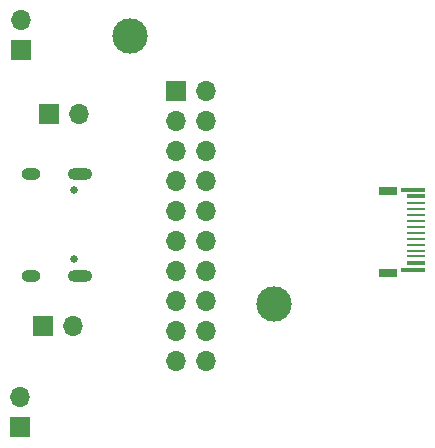
<source format=gbs>
G04 #@! TF.GenerationSoftware,KiCad,Pcbnew,7.0.2-0*
G04 #@! TF.CreationDate,2023-04-27T21:18:03-05:00*
G04 #@! TF.ProjectId,usb_programmer,7573625f-7072-46f6-9772-616d6d65722e,rev?*
G04 #@! TF.SameCoordinates,Original*
G04 #@! TF.FileFunction,Soldermask,Bot*
G04 #@! TF.FilePolarity,Negative*
%FSLAX46Y46*%
G04 Gerber Fmt 4.6, Leading zero omitted, Abs format (unit mm)*
G04 Created by KiCad (PCBNEW 7.0.2-0) date 2023-04-27 21:18:03*
%MOMM*%
%LPD*%
G01*
G04 APERTURE LIST*
%ADD10C,3.000000*%
%ADD11R,2.050000X0.360000*%
%ADD12R,1.500000X0.800000*%
%ADD13R,1.500000X0.700000*%
%ADD14R,1.550000X0.410000*%
%ADD15R,1.550000X0.260000*%
%ADD16R,1.700000X1.700000*%
%ADD17O,1.700000X1.700000*%
%ADD18O,1.600000X1.000000*%
%ADD19O,2.100000X1.000000*%
%ADD20C,0.650000*%
G04 APERTURE END LIST*
D10*
X48040000Y-83700000D03*
X35890000Y-61020000D03*
D11*
X59795000Y-80800000D03*
D12*
X57725000Y-81020000D03*
D13*
X57725000Y-74125000D03*
D11*
X59795000Y-73990000D03*
D14*
X60045000Y-74570000D03*
D15*
X60045000Y-75145000D03*
X60045000Y-75645000D03*
X60045000Y-76145000D03*
X60045000Y-76645000D03*
X60045000Y-77145000D03*
X60045000Y-77645000D03*
X60045000Y-78145000D03*
X60045000Y-78645000D03*
X60045000Y-79145000D03*
X60045000Y-79645000D03*
D14*
X60045000Y-80220000D03*
D16*
X26650000Y-62200000D03*
D17*
X26650000Y-59660000D03*
D16*
X26570000Y-94110000D03*
D17*
X26570000Y-91570000D03*
D16*
X28960000Y-67610000D03*
D17*
X31500000Y-67610000D03*
D16*
X28480000Y-85540000D03*
D17*
X31020000Y-85540000D03*
D16*
X39750000Y-65620000D03*
D17*
X42290000Y-65620000D03*
X39750000Y-68160000D03*
X42290000Y-68160000D03*
X39750000Y-70700000D03*
X42290000Y-70700000D03*
X39750000Y-73240000D03*
X42290000Y-73240000D03*
X39750000Y-75780000D03*
X42290000Y-75780000D03*
X39750000Y-78320000D03*
X42290000Y-78320000D03*
X39750000Y-80860000D03*
X42290000Y-80860000D03*
X39750000Y-83400000D03*
X42290000Y-83400000D03*
X39750000Y-85940000D03*
X42290000Y-85940000D03*
X39750000Y-88480000D03*
X42290000Y-88480000D03*
D18*
X27440000Y-81270000D03*
D19*
X31620000Y-81270000D03*
X31620000Y-72630000D03*
D18*
X27440000Y-72630000D03*
D20*
X31090000Y-74060000D03*
X31090000Y-79840000D03*
M02*

</source>
